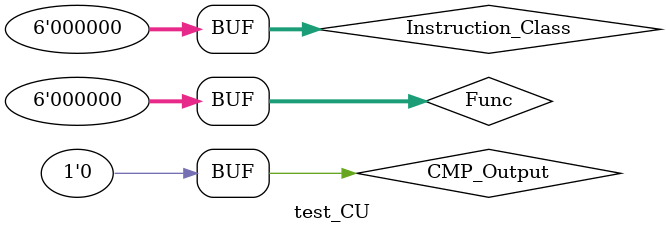
<source format=v>
`timescale 1ns / 1ps


module test_CU;

	// Inputs
	reg [5:0] Instruction_Class;
	reg [5:0] Func;
	reg CMP_Output;

	// Outputs
	wire [3:0] NPCop;
	wire RegWrite;
	wire [3:0] MemtoReg;
	wire MemRead;
	wire [3:0] RegDst;
	wire [3:0] ALU_SRC;
	wire [3:0] ALUop;
	wire EXTop;
	wire [1:0] Tuse_Rt_D;
	wire [1:0] Tuse_Rs_D;
	wire [1:0] Tnew_D;

	// Instantiate the Unit Under Test (UUT)
	CU uut (
		.Instruction_Class(Instruction_Class), 
		.Func(Func), 
		.CMP_Output(CMP_Output), 
		.NPCop(NPCop), 
		.RegWrite(RegWrite), 
		.MemtoReg(MemtoReg), 
		.MemRead(MemRead), 
		.RegDst(RegDst), 
		.ALU_SRC(ALU_SRC), 
		.ALUop(ALUop), 
		.EXTop(EXTop), 
		.Tuse_Rt_D(Tuse_Rt_D), 
		.Tuse_Rs_D(Tuse_Rs_D), 
		.Tnew_D(Tnew_D)
	);

	initial begin
		// Initialize Inputs
		Instruction_Class = 0;
		Func = 0;
		CMP_Output = 0;

		// Wait 100 ns for global reset to finish
		#100;
        
		// Add stimulus here

	end
      
endmodule


</source>
